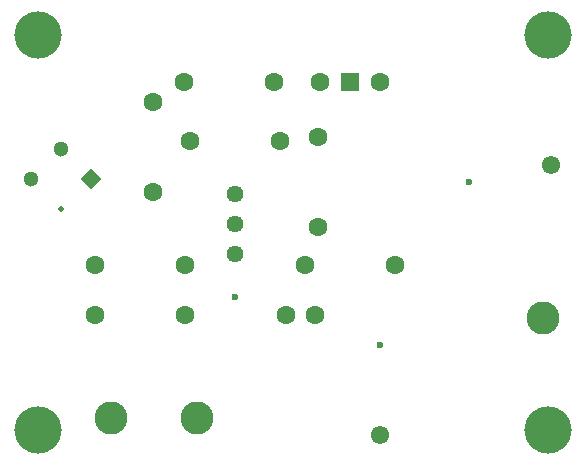
<source format=gbs>
%TF.GenerationSoftware,KiCad,Pcbnew,9.0.4*%
%TF.CreationDate,2025-10-30T00:59:31-05:00*%
%TF.ProjectId,HVS Series Vacuum Sensor,48565320-5365-4726-9965-732056616375,rev?*%
%TF.SameCoordinates,Original*%
%TF.FileFunction,Soldermask,Bot*%
%TF.FilePolarity,Negative*%
%FSLAX46Y46*%
G04 Gerber Fmt 4.6, Leading zero omitted, Abs format (unit mm)*
G04 Created by KiCad (PCBNEW 9.0.4) date 2025-10-30 00:59:31*
%MOMM*%
%LPD*%
G01*
G04 APERTURE LIST*
G04 Aperture macros list*
%AMRotRect*
0 Rectangle, with rotation*
0 The origin of the aperture is its center*
0 $1 length*
0 $2 width*
0 $3 Rotation angle, in degrees counterclockwise*
0 Add horizontal line*
21,1,$1,$2,0,0,$3*%
G04 Aperture macros list end*
%ADD10C,2.800000*%
%ADD11R,1.500000X1.500000*%
%ADD12C,1.600000*%
%ADD13C,1.550000*%
%ADD14C,0.500000*%
%ADD15RotRect,1.300000X1.300000X315.000000*%
%ADD16C,1.300000*%
%ADD17C,1.440000*%
%ADD18C,4.000000*%
%ADD19C,0.600000*%
G04 APERTURE END LIST*
D10*
%TO.C,Vout1*%
X155000000Y-99000000D03*
%TD*%
%TO.C,GND1*%
X118500000Y-107500000D03*
%TD*%
D11*
%TO.C,SW1*%
X138710000Y-79000000D03*
D12*
X141250000Y-79000000D03*
X136170000Y-79000000D03*
%TD*%
D13*
%TO.C,J3*%
X155750000Y-86000000D03*
%TD*%
D12*
%TO.C,R12*%
X136000000Y-91310000D03*
X136000000Y-83690000D03*
%TD*%
%TO.C,R15A1*%
X132250000Y-79000000D03*
X124630000Y-79000000D03*
%TD*%
%TO.C,R15*%
X122000000Y-88310000D03*
X122000000Y-80690000D03*
%TD*%
%TO.C,R14*%
X117130000Y-98750000D03*
X124750000Y-98750000D03*
%TD*%
D13*
%TO.C,J2*%
X141250000Y-108920000D03*
%TD*%
D12*
%TO.C,R13*%
X134880000Y-94500000D03*
X142500000Y-94500000D03*
%TD*%
%TO.C,C8*%
X135750000Y-98750000D03*
X133250000Y-98750000D03*
%TD*%
D14*
%TO.C,J1*%
X114250000Y-89750000D03*
D15*
X116795584Y-87204416D03*
D16*
X114250000Y-84658832D03*
X111704416Y-87204416D03*
%TD*%
D10*
%TO.C,POWERB1*%
X125750000Y-107500000D03*
%TD*%
D12*
%TO.C,R5*%
X125190000Y-84000000D03*
X132810000Y-84000000D03*
%TD*%
D17*
%TO.C,RV29*%
X128995000Y-88460000D03*
X128995000Y-91000000D03*
X128995000Y-93540000D03*
%TD*%
D12*
%TO.C,R16*%
X117130000Y-94500000D03*
X124750000Y-94500000D03*
%TD*%
D18*
X112250000Y-75000000D03*
X155500000Y-108500000D03*
X112250000Y-108500000D03*
X155500000Y-75000000D03*
D19*
X148750000Y-87500000D03*
X141250000Y-101250000D03*
X129000000Y-97250000D03*
M02*

</source>
